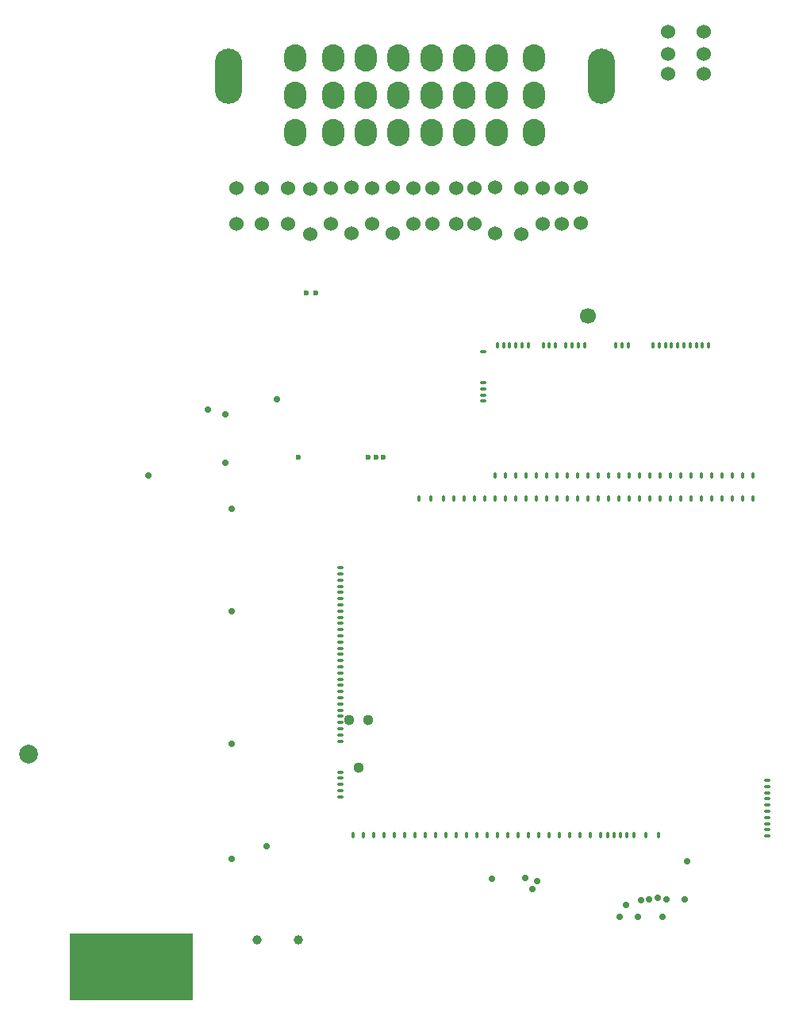
<source format=gbs>
G75*
G70*
%OFA0B0*%
%FSLAX25Y25*%
%IPPOS*%
%LPD*%
%AMOC8*
5,1,8,0,0,1.08239X$1,22.5*
%
%AMM234*
21,1,0.015350,0.009840,-0.000000,-0.000000,270.000000*
21,1,0.000000,0.025200,-0.000000,-0.000000,270.000000*
1,1,0.015350,-0.004920,-0.000000*
1,1,0.015350,-0.004920,-0.000000*
1,1,0.015350,0.004920,-0.000000*
1,1,0.015350,0.004920,-0.000000*
%
%AMM235*
21,1,0.015350,0.009840,-0.000000,-0.000000,180.000000*
21,1,0.000000,0.025200,-0.000000,-0.000000,180.000000*
1,1,0.015350,-0.000000,0.004920*
1,1,0.015350,-0.000000,0.004920*
1,1,0.015350,-0.000000,-0.004920*
1,1,0.015350,-0.000000,-0.004920*
%
%AMM319*
21,1,0.015350,0.009840,-0.000000,-0.000000,90.000000*
21,1,0.000000,0.025200,-0.000000,-0.000000,90.000000*
1,1,0.015350,0.004920,-0.000000*
1,1,0.015350,0.004920,-0.000000*
1,1,0.015350,-0.004920,-0.000000*
1,1,0.015350,-0.004920,-0.000000*
%
%ADD108C,0.02913*%
%ADD13C,0.02362*%
%ADD14C,0.06000*%
%ADD15C,0.07874*%
%ADD16C,0.06693*%
%ADD230C,0.04451*%
%ADD386M234*%
%ADD387M235*%
%ADD475M319*%
%ADD54C,0.03937*%
%ADD61C,0.00472*%
%ADD62O,0.11417X0.23228*%
%ADD63O,0.09449X0.11417*%
X0000000Y0000000D02*
%LPD*%
G01*
D61*
X0026378Y0000787D02*
X0026378Y0028346D01*
X0026378Y0028346D02*
X0077559Y0028346D01*
X0077559Y0028346D02*
X0077559Y0000787D01*
X0077559Y0000787D02*
X0026378Y0000787D01*
G36*
X0077559Y0000787D02*
G01*
X0026378Y0000787D01*
X0026378Y0028346D01*
X0077559Y0028346D01*
X0077559Y0000787D01*
G37*
X0077559Y0000787D02*
X0026378Y0000787D01*
X0026378Y0028346D01*
X0077559Y0028346D01*
X0077559Y0000787D01*
D13*
X0277020Y0042540D03*
X0275347Y0035315D03*
X0273182Y0043386D03*
X0269737Y0042540D03*
X0266390Y0042245D03*
X0265111Y0035315D03*
X0259993Y0040473D03*
X0257434Y0035315D03*
X0285682Y0058642D03*
X0284501Y0042599D03*
D14*
X0196206Y0326364D03*
X0196206Y0341364D03*
X0188514Y0326449D03*
X0188514Y0341449D03*
X0144488Y0341535D03*
X0144488Y0322244D03*
G36*
G01*
X0199409Y0252348D02*
X0200394Y0252348D01*
G75*
G02*
X0200886Y0251856I0000000J-000492D01*
G01*
X0200886Y0251856D01*
G75*
G02*
X0200394Y0251364I-000492J0000000D01*
G01*
X0199409Y0251364D01*
G75*
G02*
X0198917Y0251856I0000000J0000492D01*
G01*
X0198917Y0251856D01*
G75*
G02*
X0199409Y0252348I0000492J0000000D01*
G01*
G37*
G36*
G01*
X0199409Y0254947D02*
X0200394Y0254947D01*
G75*
G02*
X0200886Y0254455I0000000J-000492D01*
G01*
X0200886Y0254455D01*
G75*
G02*
X0200394Y0253963I-000492J0000000D01*
G01*
X0199409Y0253963D01*
G75*
G02*
X0198917Y0254455I0000000J0000492D01*
G01*
X0198917Y0254455D01*
G75*
G02*
X0199409Y0254947I0000492J0000000D01*
G01*
G37*
G36*
G01*
X0199409Y0257545D02*
X0200394Y0257545D01*
G75*
G02*
X0200886Y0257053I0000000J-000492D01*
G01*
X0200886Y0257053D01*
G75*
G02*
X0200394Y0256561I-000492J0000000D01*
G01*
X0199409Y0256561D01*
G75*
G02*
X0198917Y0257053I0000000J0000492D01*
G01*
X0198917Y0257053D01*
G75*
G02*
X0199409Y0257545I0000492J0000000D01*
G01*
G37*
G36*
G01*
X0199409Y0260144D02*
X0200394Y0260144D01*
G75*
G02*
X0200886Y0259651I0000000J-000492D01*
G01*
X0200886Y0259651D01*
G75*
G02*
X0200394Y0259159I-000492J0000000D01*
G01*
X0199409Y0259159D01*
G75*
G02*
X0198917Y0259651I0000000J0000492D01*
G01*
X0198917Y0259651D01*
G75*
G02*
X0199409Y0260144I0000492J0000000D01*
G01*
G37*
G36*
G01*
X0199409Y0273136D02*
X0200394Y0273136D01*
G75*
G02*
X0200886Y0272644I0000000J-000492D01*
G01*
X0200886Y0272644D01*
G75*
G02*
X0200394Y0272152I-000492J0000000D01*
G01*
X0199409Y0272152D01*
G75*
G02*
X0198917Y0272644I0000000J0000492D01*
G01*
X0198917Y0272644D01*
G75*
G02*
X0199409Y0273136I0000492J0000000D01*
G01*
G37*
G36*
G01*
X0312677Y0219991D02*
X0312677Y0220975D01*
G75*
G02*
X0313169Y0221467I0000492J0000000D01*
G01*
X0313169Y0221467D01*
G75*
G02*
X0313661Y0220975I0000000J-000492D01*
G01*
X0313661Y0219991D01*
G75*
G02*
X0313169Y0219499I-000492J0000000D01*
G01*
X0313169Y0219499D01*
G75*
G02*
X0312677Y0219991I0000000J0000492D01*
G01*
G37*
G36*
G01*
X0309331Y0220975D02*
X0309331Y0219991D01*
G75*
G02*
X0308839Y0219499I-000492J0000000D01*
G01*
X0308839Y0219499D01*
G75*
G02*
X0308346Y0219991I0000000J0000492D01*
G01*
X0308346Y0220975D01*
G75*
G02*
X0308839Y0221467I0000492J0000000D01*
G01*
X0308839Y0221467D01*
G75*
G02*
X0309331Y0220975I0000000J-000492D01*
G01*
G37*
G36*
G01*
X0305000Y0220975D02*
X0305000Y0219991D01*
G75*
G02*
X0304508Y0219499I-000492J0000000D01*
G01*
X0304508Y0219499D01*
G75*
G02*
X0304016Y0219991I0000000J0000492D01*
G01*
X0304016Y0220975D01*
G75*
G02*
X0304508Y0221467I0000492J0000000D01*
G01*
X0304508Y0221467D01*
G75*
G02*
X0305000Y0220975I0000000J-000492D01*
G01*
G37*
G36*
G01*
X0300669Y0220975D02*
X0300669Y0219991D01*
G75*
G02*
X0300177Y0219499I-000492J0000000D01*
G01*
X0300177Y0219499D01*
G75*
G02*
X0299685Y0219991I0000000J0000492D01*
G01*
X0299685Y0220975D01*
G75*
G02*
X0300177Y0221467I0000492J0000000D01*
G01*
X0300177Y0221467D01*
G75*
G02*
X0300669Y0220975I0000000J-000492D01*
G01*
G37*
G36*
G01*
X0296339Y0220975D02*
X0296339Y0219991D01*
G75*
G02*
X0295846Y0219499I-000492J0000000D01*
G01*
X0295846Y0219499D01*
G75*
G02*
X0295354Y0219991I0000000J0000492D01*
G01*
X0295354Y0220975D01*
G75*
G02*
X0295846Y0221467I0000492J0000000D01*
G01*
X0295846Y0221467D01*
G75*
G02*
X0296339Y0220975I0000000J-000492D01*
G01*
G37*
G36*
G01*
X0292008Y0220975D02*
X0292008Y0219991D01*
G75*
G02*
X0291516Y0219499I-000492J0000000D01*
G01*
X0291516Y0219499D01*
G75*
G02*
X0291024Y0219991I0000000J0000492D01*
G01*
X0291024Y0220975D01*
G75*
G02*
X0291516Y0221467I0000492J0000000D01*
G01*
X0291516Y0221467D01*
G75*
G02*
X0292008Y0220975I0000000J-000492D01*
G01*
G37*
G36*
G01*
X0287677Y0220975D02*
X0287677Y0219991D01*
G75*
G02*
X0287185Y0219499I-000492J0000000D01*
G01*
X0287185Y0219499D01*
G75*
G02*
X0286693Y0219991I0000000J0000492D01*
G01*
X0286693Y0220975D01*
G75*
G02*
X0287185Y0221467I0000492J0000000D01*
G01*
X0287185Y0221467D01*
G75*
G02*
X0287677Y0220975I0000000J-000492D01*
G01*
G37*
G36*
G01*
X0283346Y0220975D02*
X0283346Y0219991D01*
G75*
G02*
X0282854Y0219499I-000492J0000000D01*
G01*
X0282854Y0219499D01*
G75*
G02*
X0282362Y0219991I0000000J0000492D01*
G01*
X0282362Y0220975D01*
G75*
G02*
X0282854Y0221467I0000492J0000000D01*
G01*
X0282854Y0221467D01*
G75*
G02*
X0283346Y0220975I0000000J-000492D01*
G01*
G37*
G36*
G01*
X0279016Y0220975D02*
X0279016Y0219991D01*
G75*
G02*
X0278524Y0219499I-000492J0000000D01*
G01*
X0278524Y0219499D01*
G75*
G02*
X0278032Y0219991I0000000J0000492D01*
G01*
X0278032Y0220975D01*
G75*
G02*
X0278524Y0221467I0000492J0000000D01*
G01*
X0278524Y0221467D01*
G75*
G02*
X0279016Y0220975I0000000J-000492D01*
G01*
G37*
G36*
G01*
X0274685Y0220975D02*
X0274685Y0219991D01*
G75*
G02*
X0274193Y0219499I-000492J0000000D01*
G01*
X0274193Y0219499D01*
G75*
G02*
X0273701Y0219991I0000000J0000492D01*
G01*
X0273701Y0220975D01*
G75*
G02*
X0274193Y0221467I0000492J0000000D01*
G01*
X0274193Y0221467D01*
G75*
G02*
X0274685Y0220975I0000000J-000492D01*
G01*
G37*
G36*
G01*
X0270354Y0220975D02*
X0270354Y0219991D01*
G75*
G02*
X0269862Y0219499I-000492J0000000D01*
G01*
X0269862Y0219499D01*
G75*
G02*
X0269370Y0219991I0000000J0000492D01*
G01*
X0269370Y0220975D01*
G75*
G02*
X0269862Y0221467I0000492J0000000D01*
G01*
X0269862Y0221467D01*
G75*
G02*
X0270354Y0220975I0000000J-000492D01*
G01*
G37*
G36*
G01*
X0266024Y0220975D02*
X0266024Y0219991D01*
G75*
G02*
X0265532Y0219499I-000492J0000000D01*
G01*
X0265532Y0219499D01*
G75*
G02*
X0265039Y0219991I0000000J0000492D01*
G01*
X0265039Y0220975D01*
G75*
G02*
X0265532Y0221467I0000492J0000000D01*
G01*
X0265532Y0221467D01*
G75*
G02*
X0266024Y0220975I0000000J-000492D01*
G01*
G37*
G36*
G01*
X0261693Y0220975D02*
X0261693Y0219991D01*
G75*
G02*
X0261201Y0219499I-000492J0000000D01*
G01*
X0261201Y0219499D01*
G75*
G02*
X0260709Y0219991I0000000J0000492D01*
G01*
X0260709Y0220975D01*
G75*
G02*
X0261201Y0221467I0000492J0000000D01*
G01*
X0261201Y0221467D01*
G75*
G02*
X0261693Y0220975I0000000J-000492D01*
G01*
G37*
G36*
G01*
X0257362Y0220975D02*
X0257362Y0219991D01*
G75*
G02*
X0256870Y0219499I-000492J0000000D01*
G01*
X0256870Y0219499D01*
G75*
G02*
X0256378Y0219991I0000000J0000492D01*
G01*
X0256378Y0220975D01*
G75*
G02*
X0256870Y0221467I0000492J0000000D01*
G01*
X0256870Y0221467D01*
G75*
G02*
X0257362Y0220975I0000000J-000492D01*
G01*
G37*
G36*
G01*
X0253032Y0220975D02*
X0253032Y0219991D01*
G75*
G02*
X0252539Y0219499I-000492J0000000D01*
G01*
X0252539Y0219499D01*
G75*
G02*
X0252047Y0219991I0000000J0000492D01*
G01*
X0252047Y0220975D01*
G75*
G02*
X0252539Y0221467I0000492J0000000D01*
G01*
X0252539Y0221467D01*
G75*
G02*
X0253032Y0220975I0000000J-000492D01*
G01*
G37*
G36*
G01*
X0248701Y0220975D02*
X0248701Y0219991D01*
G75*
G02*
X0248209Y0219499I-000492J0000000D01*
G01*
X0248209Y0219499D01*
G75*
G02*
X0247717Y0219991I0000000J0000492D01*
G01*
X0247717Y0220975D01*
G75*
G02*
X0248209Y0221467I0000492J0000000D01*
G01*
X0248209Y0221467D01*
G75*
G02*
X0248701Y0220975I0000000J-000492D01*
G01*
G37*
G36*
G01*
X0244370Y0220975D02*
X0244370Y0219991D01*
G75*
G02*
X0243878Y0219499I-000492J0000000D01*
G01*
X0243878Y0219499D01*
G75*
G02*
X0243386Y0219991I0000000J0000492D01*
G01*
X0243386Y0220975D01*
G75*
G02*
X0243878Y0221467I0000492J0000000D01*
G01*
X0243878Y0221467D01*
G75*
G02*
X0244370Y0220975I0000000J-000492D01*
G01*
G37*
G36*
G01*
X0240039Y0220975D02*
X0240039Y0219991D01*
G75*
G02*
X0239547Y0219499I-000492J0000000D01*
G01*
X0239547Y0219499D01*
G75*
G02*
X0239055Y0219991I0000000J0000492D01*
G01*
X0239055Y0220975D01*
G75*
G02*
X0239547Y0221467I0000492J0000000D01*
G01*
X0239547Y0221467D01*
G75*
G02*
X0240039Y0220975I0000000J-000492D01*
G01*
G37*
G36*
G01*
X0235709Y0220975D02*
X0235709Y0219991D01*
G75*
G02*
X0235217Y0219499I-000492J0000000D01*
G01*
X0235217Y0219499D01*
G75*
G02*
X0234725Y0219991I0000000J0000492D01*
G01*
X0234725Y0220975D01*
G75*
G02*
X0235217Y0221467I0000492J0000000D01*
G01*
X0235217Y0221467D01*
G75*
G02*
X0235709Y0220975I0000000J-000492D01*
G01*
G37*
G36*
G01*
X0231378Y0220975D02*
X0231378Y0219991D01*
G75*
G02*
X0230886Y0219499I-000492J0000000D01*
G01*
X0230886Y0219499D01*
G75*
G02*
X0230394Y0219991I0000000J0000492D01*
G01*
X0230394Y0220975D01*
G75*
G02*
X0230886Y0221467I0000492J0000000D01*
G01*
X0230886Y0221467D01*
G75*
G02*
X0231378Y0220975I0000000J-000492D01*
G01*
G37*
G36*
G01*
X0227047Y0220975D02*
X0227047Y0219991D01*
G75*
G02*
X0226555Y0219499I-000492J0000000D01*
G01*
X0226555Y0219499D01*
G75*
G02*
X0226063Y0219991I0000000J0000492D01*
G01*
X0226063Y0220975D01*
G75*
G02*
X0226555Y0221467I0000492J0000000D01*
G01*
X0226555Y0221467D01*
G75*
G02*
X0227047Y0220975I0000000J-000492D01*
G01*
G37*
G36*
G01*
X0222717Y0220975D02*
X0222717Y0219991D01*
G75*
G02*
X0222225Y0219499I-000492J0000000D01*
G01*
X0222225Y0219499D01*
G75*
G02*
X0221732Y0219991I0000000J0000492D01*
G01*
X0221732Y0220975D01*
G75*
G02*
X0222225Y0221467I0000492J0000000D01*
G01*
X0222225Y0221467D01*
G75*
G02*
X0222717Y0220975I0000000J-000492D01*
G01*
G37*
G36*
G01*
X0218386Y0220975D02*
X0218386Y0219991D01*
G75*
G02*
X0217894Y0219499I-000492J0000000D01*
G01*
X0217894Y0219499D01*
G75*
G02*
X0217402Y0219991I0000000J0000492D01*
G01*
X0217402Y0220975D01*
G75*
G02*
X0217894Y0221467I0000492J0000000D01*
G01*
X0217894Y0221467D01*
G75*
G02*
X0218386Y0220975I0000000J-000492D01*
G01*
G37*
G36*
G01*
X0214055Y0220975D02*
X0214055Y0219991D01*
G75*
G02*
X0213563Y0219499I-000492J0000000D01*
G01*
X0213563Y0219499D01*
G75*
G02*
X0213071Y0219991I0000000J0000492D01*
G01*
X0213071Y0220975D01*
G75*
G02*
X0213563Y0221467I0000492J0000000D01*
G01*
X0213563Y0221467D01*
G75*
G02*
X0214055Y0220975I0000000J-000492D01*
G01*
G37*
G36*
G01*
X0209725Y0220975D02*
X0209725Y0219991D01*
G75*
G02*
X0209232Y0219499I-000492J0000000D01*
G01*
X0209232Y0219499D01*
G75*
G02*
X0208740Y0219991I0000000J0000492D01*
G01*
X0208740Y0220975D01*
G75*
G02*
X0209232Y0221467I0000492J0000000D01*
G01*
X0209232Y0221467D01*
G75*
G02*
X0209725Y0220975I0000000J-000492D01*
G01*
G37*
G36*
G01*
X0205394Y0220975D02*
X0205394Y0219991D01*
G75*
G02*
X0204902Y0219499I-000492J0000000D01*
G01*
X0204902Y0219499D01*
G75*
G02*
X0204410Y0219991I0000000J0000492D01*
G01*
X0204410Y0220975D01*
G75*
G02*
X0204902Y0221467I0000492J0000000D01*
G01*
X0204902Y0221467D01*
G75*
G02*
X0205394Y0220975I0000000J-000492D01*
G01*
G37*
G36*
G01*
X0206382Y0275944D02*
X0206382Y0274959D01*
G75*
G02*
X0205890Y0274467I-000492J0000000D01*
G01*
X0205890Y0274467D01*
G75*
G02*
X0205398Y0274959I0000000J0000492D01*
G01*
X0205398Y0275944D01*
G75*
G02*
X0205890Y0276436I0000492J0000000D01*
G01*
X0205890Y0276436D01*
G75*
G02*
X0206382Y0275944I0000000J-000492D01*
G01*
G37*
G36*
G01*
X0208980Y0275944D02*
X0208980Y0274959D01*
G75*
G02*
X0208488Y0274467I-000492J0000000D01*
G01*
X0208488Y0274467D01*
G75*
G02*
X0207996Y0274959I0000000J0000492D01*
G01*
X0207996Y0275944D01*
G75*
G02*
X0208488Y0276436I0000492J0000000D01*
G01*
X0208488Y0276436D01*
G75*
G02*
X0208980Y0275944I0000000J-000492D01*
G01*
G37*
G36*
G01*
X0211579Y0275944D02*
X0211579Y0274959D01*
G75*
G02*
X0211087Y0274467I-000492J0000000D01*
G01*
X0211087Y0274467D01*
G75*
G02*
X0210594Y0274959I0000000J0000492D01*
G01*
X0210594Y0275944D01*
G75*
G02*
X0211087Y0276436I0000492J0000000D01*
G01*
X0211087Y0276436D01*
G75*
G02*
X0211579Y0275944I0000000J-000492D01*
G01*
G37*
G36*
G01*
X0214177Y0275944D02*
X0214177Y0274959D01*
G75*
G02*
X0213685Y0274467I-000492J0000000D01*
G01*
X0213685Y0274467D01*
G75*
G02*
X0213193Y0274959I0000000J0000492D01*
G01*
X0213193Y0275944D01*
G75*
G02*
X0213685Y0276436I0000492J0000000D01*
G01*
X0213685Y0276436D01*
G75*
G02*
X0214177Y0275944I0000000J-000492D01*
G01*
G37*
G36*
G01*
X0216776Y0275944D02*
X0216776Y0274959D01*
G75*
G02*
X0216283Y0274467I-000492J0000000D01*
G01*
X0216283Y0274467D01*
G75*
G02*
X0215791Y0274959I0000000J0000492D01*
G01*
X0215791Y0275944D01*
G75*
G02*
X0216283Y0276436I0000492J0000000D01*
G01*
X0216283Y0276436D01*
G75*
G02*
X0216776Y0275944I0000000J-000492D01*
G01*
G37*
G36*
G01*
X0219374Y0275944D02*
X0219374Y0274959D01*
G75*
G02*
X0218882Y0274467I-000492J0000000D01*
G01*
X0218882Y0274467D01*
G75*
G02*
X0218390Y0274959I0000000J0000492D01*
G01*
X0218390Y0275944D01*
G75*
G02*
X0218882Y0276436I0000492J0000000D01*
G01*
X0218882Y0276436D01*
G75*
G02*
X0219374Y0275944I0000000J-000492D01*
G01*
G37*
G36*
G01*
X0225677Y0275944D02*
X0225677Y0274959D01*
G75*
G02*
X0225185Y0274467I-000492J0000000D01*
G01*
X0225185Y0274467D01*
G75*
G02*
X0224693Y0274959I0000000J0000492D01*
G01*
X0224693Y0275944D01*
G75*
G02*
X0225185Y0276436I0000492J0000000D01*
G01*
X0225185Y0276436D01*
G75*
G02*
X0225677Y0275944I0000000J-000492D01*
G01*
G37*
G36*
G01*
X0228276Y0275944D02*
X0228276Y0274959D01*
G75*
G02*
X0227783Y0274467I-000492J0000000D01*
G01*
X0227783Y0274467D01*
G75*
G02*
X0227291Y0274959I0000000J0000492D01*
G01*
X0227291Y0275944D01*
G75*
G02*
X0227783Y0276436I0000492J0000000D01*
G01*
X0227783Y0276436D01*
G75*
G02*
X0228276Y0275944I0000000J-000492D01*
G01*
G37*
G36*
G01*
X0230874Y0275944D02*
X0230874Y0274959D01*
G75*
G02*
X0230382Y0274467I-000492J0000000D01*
G01*
X0230382Y0274467D01*
G75*
G02*
X0229890Y0274959I0000000J0000492D01*
G01*
X0229890Y0275944D01*
G75*
G02*
X0230382Y0276436I0000492J0000000D01*
G01*
X0230382Y0276436D01*
G75*
G02*
X0230874Y0275944I0000000J-000492D01*
G01*
G37*
G36*
G01*
X0235287Y0275944D02*
X0235287Y0274959D01*
G75*
G02*
X0234795Y0274467I-000492J0000000D01*
G01*
X0234795Y0274467D01*
G75*
G02*
X0234303Y0274959I0000000J0000492D01*
G01*
X0234303Y0275944D01*
G75*
G02*
X0234795Y0276436I0000492J0000000D01*
G01*
X0234795Y0276436D01*
G75*
G02*
X0235287Y0275944I0000000J-000492D01*
G01*
G37*
G36*
G01*
X0237885Y0275944D02*
X0237885Y0274959D01*
G75*
G02*
X0237393Y0274467I-000492J0000000D01*
G01*
X0237393Y0274467D01*
G75*
G02*
X0236901Y0274959I0000000J0000492D01*
G01*
X0236901Y0275944D01*
G75*
G02*
X0237393Y0276436I0000492J0000000D01*
G01*
X0237393Y0276436D01*
G75*
G02*
X0237885Y0275944I0000000J-000492D01*
G01*
G37*
G36*
G01*
X0240484Y0275944D02*
X0240484Y0274959D01*
G75*
G02*
X0239992Y0274467I-000492J0000000D01*
G01*
X0239992Y0274467D01*
G75*
G02*
X0239500Y0274959I0000000J0000492D01*
G01*
X0239500Y0275944D01*
G75*
G02*
X0239992Y0276436I0000492J0000000D01*
G01*
X0239992Y0276436D01*
G75*
G02*
X0240484Y0275944I0000000J-000492D01*
G01*
G37*
G36*
G01*
X0243082Y0275944D02*
X0243082Y0274959D01*
G75*
G02*
X0242590Y0274467I-000492J0000000D01*
G01*
X0242590Y0274467D01*
G75*
G02*
X0242098Y0274959I0000000J0000492D01*
G01*
X0242098Y0275944D01*
G75*
G02*
X0242590Y0276436I0000492J0000000D01*
G01*
X0242590Y0276436D01*
G75*
G02*
X0243082Y0275944I0000000J-000492D01*
G01*
G37*
G36*
G01*
X0256177Y0275944D02*
X0256177Y0274959D01*
G75*
G02*
X0255685Y0274467I-000492J0000000D01*
G01*
X0255685Y0274467D01*
G75*
G02*
X0255193Y0274959I0000000J0000492D01*
G01*
X0255193Y0275944D01*
G75*
G02*
X0255685Y0276436I0000492J0000000D01*
G01*
X0255685Y0276436D01*
G75*
G02*
X0256177Y0275944I0000000J-000492D01*
G01*
G37*
G36*
G01*
X0258776Y0275944D02*
X0258776Y0274959D01*
G75*
G02*
X0258283Y0274467I-000492J0000000D01*
G01*
X0258283Y0274467D01*
G75*
G02*
X0257791Y0274959I0000000J0000492D01*
G01*
X0257791Y0275944D01*
G75*
G02*
X0258283Y0276436I0000492J0000000D01*
G01*
X0258283Y0276436D01*
G75*
G02*
X0258776Y0275944I0000000J-000492D01*
G01*
G37*
G36*
G01*
X0261374Y0275944D02*
X0261374Y0274959D01*
G75*
G02*
X0260882Y0274467I-000492J0000000D01*
G01*
X0260882Y0274467D01*
G75*
G02*
X0260390Y0274959I0000000J0000492D01*
G01*
X0260390Y0275944D01*
G75*
G02*
X0260882Y0276436I0000492J0000000D01*
G01*
X0260882Y0276436D01*
G75*
G02*
X0261374Y0275944I0000000J-000492D01*
G01*
G37*
G36*
G01*
X0271791Y0275944D02*
X0271791Y0274959D01*
G75*
G02*
X0271299Y0274467I-000492J0000000D01*
G01*
X0271299Y0274467D01*
G75*
G02*
X0270807Y0274959I0000000J0000492D01*
G01*
X0270807Y0275944D01*
G75*
G02*
X0271299Y0276436I0000492J0000000D01*
G01*
X0271299Y0276436D01*
G75*
G02*
X0271791Y0275944I0000000J-000492D01*
G01*
G37*
G36*
G01*
X0274390Y0275944D02*
X0274390Y0274959D01*
G75*
G02*
X0273898Y0274467I-000492J0000000D01*
G01*
X0273898Y0274467D01*
G75*
G02*
X0273405Y0274959I0000000J0000492D01*
G01*
X0273405Y0275944D01*
G75*
G02*
X0273898Y0276436I0000492J0000000D01*
G01*
X0273898Y0276436D01*
G75*
G02*
X0274390Y0275944I0000000J-000492D01*
G01*
G37*
G36*
G01*
X0276988Y0275944D02*
X0276988Y0274959D01*
G75*
G02*
X0276496Y0274467I-000492J0000000D01*
G01*
X0276496Y0274467D01*
G75*
G02*
X0276004Y0274959I0000000J0000492D01*
G01*
X0276004Y0275944D01*
G75*
G02*
X0276496Y0276436I0000492J0000000D01*
G01*
X0276496Y0276436D01*
G75*
G02*
X0276988Y0275944I0000000J-000492D01*
G01*
G37*
G36*
G01*
X0279587Y0275944D02*
X0279587Y0274959D01*
G75*
G02*
X0279094Y0274467I-000492J0000000D01*
G01*
X0279094Y0274467D01*
G75*
G02*
X0278602Y0274959I0000000J0000492D01*
G01*
X0278602Y0275944D01*
G75*
G02*
X0279094Y0276436I0000492J0000000D01*
G01*
X0279094Y0276436D01*
G75*
G02*
X0279587Y0275944I0000000J-000492D01*
G01*
G37*
G36*
G01*
X0282185Y0275944D02*
X0282185Y0274959D01*
G75*
G02*
X0281693Y0274467I-000492J0000000D01*
G01*
X0281693Y0274467D01*
G75*
G02*
X0281201Y0274959I0000000J0000492D01*
G01*
X0281201Y0275944D01*
G75*
G02*
X0281693Y0276436I0000492J0000000D01*
G01*
X0281693Y0276436D01*
G75*
G02*
X0282185Y0275944I0000000J-000492D01*
G01*
G37*
G36*
G01*
X0284783Y0275944D02*
X0284783Y0274959D01*
G75*
G02*
X0284291Y0274467I-000492J0000000D01*
G01*
X0284291Y0274467D01*
G75*
G02*
X0283799Y0274959I0000000J0000492D01*
G01*
X0283799Y0275944D01*
G75*
G02*
X0284291Y0276436I0000492J0000000D01*
G01*
X0284291Y0276436D01*
G75*
G02*
X0284783Y0275944I0000000J-000492D01*
G01*
G37*
G36*
G01*
X0287382Y0275944D02*
X0287382Y0274959D01*
G75*
G02*
X0286890Y0274467I-000492J0000000D01*
G01*
X0286890Y0274467D01*
G75*
G02*
X0286398Y0274959I0000000J0000492D01*
G01*
X0286398Y0275944D01*
G75*
G02*
X0286890Y0276436I0000492J0000000D01*
G01*
X0286890Y0276436D01*
G75*
G02*
X0287382Y0275944I0000000J-000492D01*
G01*
G37*
G36*
G01*
X0289980Y0275944D02*
X0289980Y0274959D01*
G75*
G02*
X0289488Y0274467I-000492J0000000D01*
G01*
X0289488Y0274467D01*
G75*
G02*
X0288996Y0274959I0000000J0000492D01*
G01*
X0288996Y0275944D01*
G75*
G02*
X0289488Y0276436I0000492J0000000D01*
G01*
X0289488Y0276436D01*
G75*
G02*
X0289980Y0275944I0000000J-000492D01*
G01*
G37*
G36*
G01*
X0292579Y0275944D02*
X0292579Y0274959D01*
G75*
G02*
X0292087Y0274467I-000492J0000000D01*
G01*
X0292087Y0274467D01*
G75*
G02*
X0291594Y0274959I0000000J0000492D01*
G01*
X0291594Y0275944D01*
G75*
G02*
X0292087Y0276436I0000492J0000000D01*
G01*
X0292087Y0276436D01*
G75*
G02*
X0292579Y0275944I0000000J-000492D01*
G01*
G37*
G36*
G01*
X0295177Y0275944D02*
X0295177Y0274959D01*
G75*
G02*
X0294685Y0274467I-000492J0000000D01*
G01*
X0294685Y0274467D01*
G75*
G02*
X0294193Y0274959I0000000J0000492D01*
G01*
X0294193Y0275944D01*
G75*
G02*
X0294685Y0276436I0000492J0000000D01*
G01*
X0294685Y0276436D01*
G75*
G02*
X0295177Y0275944I0000000J-000492D01*
G01*
G37*
D16*
X0243929Y0287795D03*
D14*
X0096457Y0326358D03*
X0096457Y0341358D03*
X0292539Y0407087D03*
X0277539Y0407087D03*
D54*
X0122441Y0025492D03*
X0105118Y0025492D03*
D14*
X0153150Y0326358D03*
X0153150Y0341358D03*
X0178740Y0326358D03*
X0178740Y0341358D03*
D13*
X0222612Y0050344D03*
X0220545Y0046900D03*
X0217592Y0051526D03*
X0203616Y0051230D03*
X0059315Y0220622D03*
X0091697Y0225838D03*
X0091628Y0246439D03*
X0084217Y0248378D03*
X0113154Y0252807D03*
X0122146Y0228346D03*
X0151673Y0228346D03*
X0154823Y0228346D03*
X0157972Y0228346D03*
X0129626Y0297343D03*
X0125689Y0297343D03*
D14*
X0170472Y0326358D03*
X0170472Y0341358D03*
X0118110Y0326358D03*
X0118110Y0341358D03*
X0215929Y0341339D03*
X0215929Y0322047D03*
X0277539Y0389370D03*
X0292539Y0389370D03*
X0161811Y0341535D03*
X0161811Y0322244D03*
G36*
G01*
X0139411Y0086235D02*
X0140396Y0086235D01*
G75*
G02*
X0140888Y0085743I0000000J-000492D01*
G01*
X0140888Y0085743D01*
G75*
G02*
X0140396Y0085250I-000492J0000000D01*
G01*
X0139411Y0085250D01*
G75*
G02*
X0138919Y0085743I0000000J0000492D01*
G01*
X0138919Y0085743D01*
G75*
G02*
X0139411Y0086235I0000492J0000000D01*
G01*
G37*
G36*
G01*
X0140396Y0087849D02*
X0139411Y0087849D01*
G75*
G02*
X0138919Y0088341I0000000J0000492D01*
G01*
X0138919Y0088341D01*
G75*
G02*
X0139411Y0088833I0000492J0000000D01*
G01*
X0140396Y0088833D01*
G75*
G02*
X0140888Y0088341I0000000J-000492D01*
G01*
X0140888Y0088341D01*
G75*
G02*
X0140396Y0087849I-000492J0000000D01*
G01*
G37*
G36*
G01*
X0140396Y0090447D02*
X0139411Y0090447D01*
G75*
G02*
X0138919Y0090939I0000000J0000492D01*
G01*
X0138919Y0090939D01*
G75*
G02*
X0139411Y0091432I0000492J0000000D01*
G01*
X0140396Y0091432D01*
G75*
G02*
X0140888Y0090939I0000000J-000492D01*
G01*
X0140888Y0090939D01*
G75*
G02*
X0140396Y0090447I-000492J0000000D01*
G01*
G37*
G36*
G01*
X0140396Y0093046D02*
X0139411Y0093046D01*
G75*
G02*
X0138919Y0093538I0000000J0000492D01*
G01*
X0138919Y0093538D01*
G75*
G02*
X0139411Y0094030I0000492J0000000D01*
G01*
X0140396Y0094030D01*
G75*
G02*
X0140888Y0093538I0000000J-000492D01*
G01*
X0140888Y0093538D01*
G75*
G02*
X0140396Y0093046I-000492J0000000D01*
G01*
G37*
G36*
G01*
X0140396Y0095644D02*
X0139411Y0095644D01*
G75*
G02*
X0138919Y0096136I0000000J0000492D01*
G01*
X0138919Y0096136D01*
G75*
G02*
X0139411Y0096628I0000492J0000000D01*
G01*
X0140396Y0096628D01*
G75*
G02*
X0140888Y0096136I0000000J-000492D01*
G01*
X0140888Y0096136D01*
G75*
G02*
X0140396Y0095644I-000492J0000000D01*
G01*
G37*
G36*
G01*
X0140396Y0108636D02*
X0139411Y0108636D01*
G75*
G02*
X0138919Y0109128I0000000J0000492D01*
G01*
X0138919Y0109128D01*
G75*
G02*
X0139411Y0109621I0000492J0000000D01*
G01*
X0140396Y0109621D01*
G75*
G02*
X0140888Y0109128I0000000J-000492D01*
G01*
X0140888Y0109128D01*
G75*
G02*
X0140396Y0108636I-000492J0000000D01*
G01*
G37*
G36*
G01*
X0140396Y0111235D02*
X0139411Y0111235D01*
G75*
G02*
X0138919Y0111727I0000000J0000492D01*
G01*
X0138919Y0111727D01*
G75*
G02*
X0139411Y0112219I0000492J0000000D01*
G01*
X0140396Y0112219D01*
G75*
G02*
X0140888Y0111727I0000000J-000492D01*
G01*
X0140888Y0111727D01*
G75*
G02*
X0140396Y0111235I-000492J0000000D01*
G01*
G37*
G36*
G01*
X0140396Y0113833D02*
X0139411Y0113833D01*
G75*
G02*
X0138919Y0114325I0000000J0000492D01*
G01*
X0138919Y0114325D01*
G75*
G02*
X0139411Y0114817I0000492J0000000D01*
G01*
X0140396Y0114817D01*
G75*
G02*
X0140888Y0114325I0000000J-000492D01*
G01*
X0140888Y0114325D01*
G75*
G02*
X0140396Y0113833I-000492J0000000D01*
G01*
G37*
G36*
G01*
X0140396Y0116432D02*
X0139411Y0116432D01*
G75*
G02*
X0138919Y0116924I0000000J0000492D01*
G01*
X0138919Y0116924D01*
G75*
G02*
X0139411Y0117416I0000492J0000000D01*
G01*
X0140396Y0117416D01*
G75*
G02*
X0140888Y0116924I0000000J-000492D01*
G01*
X0140888Y0116924D01*
G75*
G02*
X0140396Y0116432I-000492J0000000D01*
G01*
G37*
G36*
G01*
X0140396Y0119030D02*
X0139411Y0119030D01*
G75*
G02*
X0138919Y0119522I0000000J0000492D01*
G01*
X0138919Y0119522D01*
G75*
G02*
X0139411Y0120014I0000492J0000000D01*
G01*
X0140396Y0120014D01*
G75*
G02*
X0140888Y0119522I0000000J-000492D01*
G01*
X0140888Y0119522D01*
G75*
G02*
X0140396Y0119030I-000492J0000000D01*
G01*
G37*
G36*
G01*
X0140396Y0121628D02*
X0139411Y0121628D01*
G75*
G02*
X0138919Y0122121I0000000J0000492D01*
G01*
X0138919Y0122121D01*
G75*
G02*
X0139411Y0122613I0000492J0000000D01*
G01*
X0140396Y0122613D01*
G75*
G02*
X0140888Y0122121I0000000J-000492D01*
G01*
X0140888Y0122121D01*
G75*
G02*
X0140396Y0121628I-000492J0000000D01*
G01*
G37*
G36*
G01*
X0140396Y0124227D02*
X0139411Y0124227D01*
G75*
G02*
X0138919Y0124719I0000000J0000492D01*
G01*
X0138919Y0124719D01*
G75*
G02*
X0139411Y0125211I0000492J0000000D01*
G01*
X0140396Y0125211D01*
G75*
G02*
X0140888Y0124719I0000000J-000492D01*
G01*
X0140888Y0124719D01*
G75*
G02*
X0140396Y0124227I-000492J0000000D01*
G01*
G37*
G36*
G01*
X0140396Y0126825D02*
X0139411Y0126825D01*
G75*
G02*
X0138919Y0127317I0000000J0000492D01*
G01*
X0138919Y0127317D01*
G75*
G02*
X0139411Y0127810I0000492J0000000D01*
G01*
X0140396Y0127810D01*
G75*
G02*
X0140888Y0127317I0000000J-000492D01*
G01*
X0140888Y0127317D01*
G75*
G02*
X0140396Y0126825I-000492J0000000D01*
G01*
G37*
G36*
G01*
X0140396Y0129424D02*
X0139411Y0129424D01*
G75*
G02*
X0138919Y0129916I0000000J0000492D01*
G01*
X0138919Y0129916D01*
G75*
G02*
X0139411Y0130408I0000492J0000000D01*
G01*
X0140396Y0130408D01*
G75*
G02*
X0140888Y0129916I0000000J-000492D01*
G01*
X0140888Y0129916D01*
G75*
G02*
X0140396Y0129424I-000492J0000000D01*
G01*
G37*
G36*
G01*
X0140396Y0132022D02*
X0139411Y0132022D01*
G75*
G02*
X0138919Y0132514I0000000J0000492D01*
G01*
X0138919Y0132514D01*
G75*
G02*
X0139411Y0133006I0000492J0000000D01*
G01*
X0140396Y0133006D01*
G75*
G02*
X0140888Y0132514I0000000J-000492D01*
G01*
X0140888Y0132514D01*
G75*
G02*
X0140396Y0132022I-000492J0000000D01*
G01*
G37*
G36*
G01*
X0140396Y0134621D02*
X0139411Y0134621D01*
G75*
G02*
X0138919Y0135113I0000000J0000492D01*
G01*
X0138919Y0135113D01*
G75*
G02*
X0139411Y0135605I0000492J0000000D01*
G01*
X0140396Y0135605D01*
G75*
G02*
X0140888Y0135113I0000000J-000492D01*
G01*
X0140888Y0135113D01*
G75*
G02*
X0140396Y0134621I-000492J0000000D01*
G01*
G37*
G36*
G01*
X0140396Y0137219D02*
X0139411Y0137219D01*
G75*
G02*
X0138919Y0137711I0000000J0000492D01*
G01*
X0138919Y0137711D01*
G75*
G02*
X0139411Y0138203I0000492J0000000D01*
G01*
X0140396Y0138203D01*
G75*
G02*
X0140888Y0137711I0000000J-000492D01*
G01*
X0140888Y0137711D01*
G75*
G02*
X0140396Y0137219I-000492J0000000D01*
G01*
G37*
G36*
G01*
X0140396Y0139817D02*
X0139411Y0139817D01*
G75*
G02*
X0138919Y0140310I0000000J0000492D01*
G01*
X0138919Y0140310D01*
G75*
G02*
X0139411Y0140802I0000492J0000000D01*
G01*
X0140396Y0140802D01*
G75*
G02*
X0140888Y0140310I0000000J-000492D01*
G01*
X0140888Y0140310D01*
G75*
G02*
X0140396Y0139817I-000492J0000000D01*
G01*
G37*
G36*
G01*
X0140396Y0142416D02*
X0139411Y0142416D01*
G75*
G02*
X0138919Y0142908I0000000J0000492D01*
G01*
X0138919Y0142908D01*
G75*
G02*
X0139411Y0143400I0000492J0000000D01*
G01*
X0140396Y0143400D01*
G75*
G02*
X0140888Y0142908I0000000J-000492D01*
G01*
X0140888Y0142908D01*
G75*
G02*
X0140396Y0142416I-000492J0000000D01*
G01*
G37*
G36*
G01*
X0140396Y0145014D02*
X0139411Y0145014D01*
G75*
G02*
X0138919Y0145506I0000000J0000492D01*
G01*
X0138919Y0145506D01*
G75*
G02*
X0139411Y0145999I0000492J0000000D01*
G01*
X0140396Y0145999D01*
G75*
G02*
X0140888Y0145506I0000000J-000492D01*
G01*
X0140888Y0145506D01*
G75*
G02*
X0140396Y0145014I-000492J0000000D01*
G01*
G37*
G36*
G01*
X0140396Y0147613D02*
X0139411Y0147613D01*
G75*
G02*
X0138919Y0148105I0000000J0000492D01*
G01*
X0138919Y0148105D01*
G75*
G02*
X0139411Y0148597I0000492J0000000D01*
G01*
X0140396Y0148597D01*
G75*
G02*
X0140888Y0148105I0000000J-000492D01*
G01*
X0140888Y0148105D01*
G75*
G02*
X0140396Y0147613I-000492J0000000D01*
G01*
G37*
G36*
G01*
X0140396Y0150211D02*
X0139411Y0150211D01*
G75*
G02*
X0138919Y0150703I0000000J0000492D01*
G01*
X0138919Y0150703D01*
G75*
G02*
X0139411Y0151195I0000492J0000000D01*
G01*
X0140396Y0151195D01*
G75*
G02*
X0140888Y0150703I0000000J-000492D01*
G01*
X0140888Y0150703D01*
G75*
G02*
X0140396Y0150211I-000492J0000000D01*
G01*
G37*
G36*
G01*
X0140396Y0152810D02*
X0139411Y0152810D01*
G75*
G02*
X0138919Y0153302I0000000J0000492D01*
G01*
X0138919Y0153302D01*
G75*
G02*
X0139411Y0153794I0000492J0000000D01*
G01*
X0140396Y0153794D01*
G75*
G02*
X0140888Y0153302I0000000J-000492D01*
G01*
X0140888Y0153302D01*
G75*
G02*
X0140396Y0152810I-000492J0000000D01*
G01*
G37*
G36*
G01*
X0140396Y0155408D02*
X0139411Y0155408D01*
G75*
G02*
X0138919Y0155900I0000000J0000492D01*
G01*
X0138919Y0155900D01*
G75*
G02*
X0139411Y0156392I0000492J0000000D01*
G01*
X0140396Y0156392D01*
G75*
G02*
X0140888Y0155900I0000000J-000492D01*
G01*
X0140888Y0155900D01*
G75*
G02*
X0140396Y0155408I-000492J0000000D01*
G01*
G37*
G36*
G01*
X0140396Y0158006D02*
X0139411Y0158006D01*
G75*
G02*
X0138919Y0158499I0000000J0000492D01*
G01*
X0138919Y0158499D01*
G75*
G02*
X0139411Y0158991I0000492J0000000D01*
G01*
X0140396Y0158991D01*
G75*
G02*
X0140888Y0158499I0000000J-000492D01*
G01*
X0140888Y0158499D01*
G75*
G02*
X0140396Y0158006I-000492J0000000D01*
G01*
G37*
G36*
G01*
X0140396Y0160605D02*
X0139411Y0160605D01*
G75*
G02*
X0138919Y0161097I0000000J0000492D01*
G01*
X0138919Y0161097D01*
G75*
G02*
X0139411Y0161589I0000492J0000000D01*
G01*
X0140396Y0161589D01*
G75*
G02*
X0140888Y0161097I0000000J-000492D01*
G01*
X0140888Y0161097D01*
G75*
G02*
X0140396Y0160605I-000492J0000000D01*
G01*
G37*
G36*
G01*
X0140396Y0163203D02*
X0139411Y0163203D01*
G75*
G02*
X0138919Y0163695I0000000J0000492D01*
G01*
X0138919Y0163695D01*
G75*
G02*
X0139411Y0164188I0000492J0000000D01*
G01*
X0140396Y0164188D01*
G75*
G02*
X0140888Y0163695I0000000J-000492D01*
G01*
X0140888Y0163695D01*
G75*
G02*
X0140396Y0163203I-000492J0000000D01*
G01*
G37*
G36*
G01*
X0140396Y0165802D02*
X0139411Y0165802D01*
G75*
G02*
X0138919Y0166294I0000000J0000492D01*
G01*
X0138919Y0166294D01*
G75*
G02*
X0139411Y0166786I0000492J0000000D01*
G01*
X0140396Y0166786D01*
G75*
G02*
X0140888Y0166294I0000000J-000492D01*
G01*
X0140888Y0166294D01*
G75*
G02*
X0140396Y0165802I-000492J0000000D01*
G01*
G37*
G36*
G01*
X0140396Y0168400D02*
X0139411Y0168400D01*
G75*
G02*
X0138919Y0168892I0000000J0000492D01*
G01*
X0138919Y0168892D01*
G75*
G02*
X0139411Y0169384I0000492J0000000D01*
G01*
X0140396Y0169384D01*
G75*
G02*
X0140888Y0168892I0000000J-000492D01*
G01*
X0140888Y0168892D01*
G75*
G02*
X0140396Y0168400I-000492J0000000D01*
G01*
G37*
G36*
G01*
X0140396Y0170999D02*
X0139411Y0170999D01*
G75*
G02*
X0138919Y0171491I0000000J0000492D01*
G01*
X0138919Y0171491D01*
G75*
G02*
X0139411Y0171983I0000492J0000000D01*
G01*
X0140396Y0171983D01*
G75*
G02*
X0140888Y0171491I0000000J-000492D01*
G01*
X0140888Y0171491D01*
G75*
G02*
X0140396Y0170999I-000492J0000000D01*
G01*
G37*
G36*
G01*
X0140396Y0173597D02*
X0139411Y0173597D01*
G75*
G02*
X0138919Y0174089I0000000J0000492D01*
G01*
X0138919Y0174089D01*
G75*
G02*
X0139411Y0174581I0000492J0000000D01*
G01*
X0140396Y0174581D01*
G75*
G02*
X0140888Y0174089I0000000J-000492D01*
G01*
X0140888Y0174089D01*
G75*
G02*
X0140396Y0173597I-000492J0000000D01*
G01*
G37*
G36*
G01*
X0140396Y0176195D02*
X0139411Y0176195D01*
G75*
G02*
X0138919Y0176688I0000000J0000492D01*
G01*
X0138919Y0176688D01*
G75*
G02*
X0139411Y0177180I0000492J0000000D01*
G01*
X0140396Y0177180D01*
G75*
G02*
X0140888Y0176688I0000000J-000492D01*
G01*
X0140888Y0176688D01*
G75*
G02*
X0140396Y0176195I-000492J0000000D01*
G01*
G37*
G36*
G01*
X0140396Y0178794D02*
X0139411Y0178794D01*
G75*
G02*
X0138919Y0179286I0000000J0000492D01*
G01*
X0138919Y0179286D01*
G75*
G02*
X0139411Y0179778I0000492J0000000D01*
G01*
X0140396Y0179778D01*
G75*
G02*
X0140888Y0179286I0000000J-000492D01*
G01*
X0140888Y0179286D01*
G75*
G02*
X0140396Y0178794I-000492J0000000D01*
G01*
G37*
G36*
G01*
X0140396Y0181392D02*
X0139411Y0181392D01*
G75*
G02*
X0138919Y0181884I0000000J0000492D01*
G01*
X0138919Y0181884D01*
G75*
G02*
X0139411Y0182376I0000492J0000000D01*
G01*
X0140396Y0182376D01*
G75*
G02*
X0140888Y0181884I0000000J-000492D01*
G01*
X0140888Y0181884D01*
G75*
G02*
X0140396Y0181392I-000492J0000000D01*
G01*
G37*
G36*
G01*
X0273061Y0069002D02*
X0273061Y0069987D01*
G75*
G02*
X0273553Y0070479I0000492J0000000D01*
G01*
X0273553Y0070479D01*
G75*
G02*
X0274045Y0069987I0000000J-000492D01*
G01*
X0274045Y0069002D01*
G75*
G02*
X0273553Y0068510I-000492J0000000D01*
G01*
X0273553Y0068510D01*
G75*
G02*
X0273061Y0069002I0000000J0000492D01*
G01*
G37*
G36*
G01*
X0268848Y0069987D02*
X0268848Y0069002D01*
G75*
G02*
X0268356Y0068510I-000492J0000000D01*
G01*
X0268356Y0068510D01*
G75*
G02*
X0267864Y0069002I0000000J0000492D01*
G01*
X0267864Y0069987D01*
G75*
G02*
X0268356Y0070479I0000492J0000000D01*
G01*
X0268356Y0070479D01*
G75*
G02*
X0268848Y0069987I0000000J-000492D01*
G01*
G37*
G36*
G01*
X0263652Y0069987D02*
X0263652Y0069002D01*
G75*
G02*
X0263159Y0068510I-000492J0000000D01*
G01*
X0263159Y0068510D01*
G75*
G02*
X0262667Y0069002I0000000J0000492D01*
G01*
X0262667Y0069987D01*
G75*
G02*
X0263159Y0070479I0000492J0000000D01*
G01*
X0263159Y0070479D01*
G75*
G02*
X0263652Y0069987I0000000J-000492D01*
G01*
G37*
G36*
G01*
X0260659Y0069987D02*
X0260659Y0069002D01*
G75*
G02*
X0260167Y0068510I-000492J0000000D01*
G01*
X0260167Y0068510D01*
G75*
G02*
X0259675Y0069002I0000000J0000492D01*
G01*
X0259675Y0069987D01*
G75*
G02*
X0260167Y0070479I0000492J0000000D01*
G01*
X0260167Y0070479D01*
G75*
G02*
X0260659Y0069987I0000000J-000492D01*
G01*
G37*
G36*
G01*
X0258041Y0069987D02*
X0258041Y0069002D01*
G75*
G02*
X0257549Y0068510I-000492J0000000D01*
G01*
X0257549Y0068510D01*
G75*
G02*
X0257057Y0069002I0000000J0000492D01*
G01*
X0257057Y0069987D01*
G75*
G02*
X0257549Y0070479I0000492J0000000D01*
G01*
X0257549Y0070479D01*
G75*
G02*
X0258041Y0069987I0000000J-000492D01*
G01*
G37*
G36*
G01*
X0255423Y0069987D02*
X0255423Y0069002D01*
G75*
G02*
X0254931Y0068510I-000492J0000000D01*
G01*
X0254931Y0068510D01*
G75*
G02*
X0254439Y0069002I0000000J0000492D01*
G01*
X0254439Y0069987D01*
G75*
G02*
X0254931Y0070479I0000492J0000000D01*
G01*
X0254931Y0070479D01*
G75*
G02*
X0255423Y0069987I0000000J-000492D01*
G01*
G37*
G36*
G01*
X0252805Y0069987D02*
X0252805Y0069002D01*
G75*
G02*
X0252313Y0068510I-000492J0000000D01*
G01*
X0252313Y0068510D01*
G75*
G02*
X0251821Y0069002I0000000J0000492D01*
G01*
X0251821Y0069987D01*
G75*
G02*
X0252313Y0070479I0000492J0000000D01*
G01*
X0252313Y0070479D01*
G75*
G02*
X0252805Y0069987I0000000J-000492D01*
G01*
G37*
G36*
G01*
X0249754Y0069987D02*
X0249754Y0069002D01*
G75*
G02*
X0249262Y0068510I-000492J0000000D01*
G01*
X0249262Y0068510D01*
G75*
G02*
X0248770Y0069002I0000000J0000492D01*
G01*
X0248770Y0069987D01*
G75*
G02*
X0249262Y0070479I0000492J0000000D01*
G01*
X0249262Y0070479D01*
G75*
G02*
X0249754Y0069987I0000000J-000492D01*
G01*
G37*
G36*
G01*
X0245423Y0069987D02*
X0245423Y0069002D01*
G75*
G02*
X0244931Y0068510I-000492J0000000D01*
G01*
X0244931Y0068510D01*
G75*
G02*
X0244439Y0069002I0000000J0000492D01*
G01*
X0244439Y0069987D01*
G75*
G02*
X0244931Y0070479I0000492J0000000D01*
G01*
X0244931Y0070479D01*
G75*
G02*
X0245423Y0069987I0000000J-000492D01*
G01*
G37*
G36*
G01*
X0241093Y0069987D02*
X0241093Y0069002D01*
G75*
G02*
X0240600Y0068510I-000492J0000000D01*
G01*
X0240600Y0068510D01*
G75*
G02*
X0240108Y0069002I0000000J0000492D01*
G01*
X0240108Y0069987D01*
G75*
G02*
X0240600Y0070479I0000492J0000000D01*
G01*
X0240600Y0070479D01*
G75*
G02*
X0241093Y0069987I0000000J-000492D01*
G01*
G37*
G36*
G01*
X0236762Y0069987D02*
X0236762Y0069002D01*
G75*
G02*
X0236270Y0068510I-000492J0000000D01*
G01*
X0236270Y0068510D01*
G75*
G02*
X0235778Y0069002I0000000J0000492D01*
G01*
X0235778Y0069987D01*
G75*
G02*
X0236270Y0070479I0000492J0000000D01*
G01*
X0236270Y0070479D01*
G75*
G02*
X0236762Y0069987I0000000J-000492D01*
G01*
G37*
G36*
G01*
X0232431Y0069987D02*
X0232431Y0069002D01*
G75*
G02*
X0231939Y0068510I-000492J0000000D01*
G01*
X0231939Y0068510D01*
G75*
G02*
X0231447Y0069002I0000000J0000492D01*
G01*
X0231447Y0069987D01*
G75*
G02*
X0231939Y0070479I0000492J0000000D01*
G01*
X0231939Y0070479D01*
G75*
G02*
X0232431Y0069987I0000000J-000492D01*
G01*
G37*
G36*
G01*
X0228100Y0069987D02*
X0228100Y0069002D01*
G75*
G02*
X0227608Y0068510I-000492J0000000D01*
G01*
X0227608Y0068510D01*
G75*
G02*
X0227116Y0069002I0000000J0000492D01*
G01*
X0227116Y0069987D01*
G75*
G02*
X0227608Y0070479I0000492J0000000D01*
G01*
X0227608Y0070479D01*
G75*
G02*
X0228100Y0069987I0000000J-000492D01*
G01*
G37*
G36*
G01*
X0223770Y0069987D02*
X0223770Y0069002D01*
G75*
G02*
X0223278Y0068510I-000492J0000000D01*
G01*
X0223278Y0068510D01*
G75*
G02*
X0222785Y0069002I0000000J0000492D01*
G01*
X0222785Y0069987D01*
G75*
G02*
X0223278Y0070479I0000492J0000000D01*
G01*
X0223278Y0070479D01*
G75*
G02*
X0223770Y0069987I0000000J-000492D01*
G01*
G37*
G36*
G01*
X0219439Y0069987D02*
X0219439Y0069002D01*
G75*
G02*
X0218947Y0068510I-000492J0000000D01*
G01*
X0218947Y0068510D01*
G75*
G02*
X0218455Y0069002I0000000J0000492D01*
G01*
X0218455Y0069987D01*
G75*
G02*
X0218947Y0070479I0000492J0000000D01*
G01*
X0218947Y0070479D01*
G75*
G02*
X0219439Y0069987I0000000J-000492D01*
G01*
G37*
G36*
G01*
X0215108Y0069987D02*
X0215108Y0069002D01*
G75*
G02*
X0214616Y0068510I-000492J0000000D01*
G01*
X0214616Y0068510D01*
G75*
G02*
X0214124Y0069002I0000000J0000492D01*
G01*
X0214124Y0069987D01*
G75*
G02*
X0214616Y0070479I0000492J0000000D01*
G01*
X0214616Y0070479D01*
G75*
G02*
X0215108Y0069987I0000000J-000492D01*
G01*
G37*
G36*
G01*
X0210778Y0069987D02*
X0210778Y0069002D01*
G75*
G02*
X0210286Y0068510I-000492J0000000D01*
G01*
X0210286Y0068510D01*
G75*
G02*
X0209793Y0069002I0000000J0000492D01*
G01*
X0209793Y0069987D01*
G75*
G02*
X0210286Y0070479I0000492J0000000D01*
G01*
X0210286Y0070479D01*
G75*
G02*
X0210778Y0069987I0000000J-000492D01*
G01*
G37*
G36*
G01*
X0206447Y0069987D02*
X0206447Y0069002D01*
G75*
G02*
X0205955Y0068510I-000492J0000000D01*
G01*
X0205955Y0068510D01*
G75*
G02*
X0205463Y0069002I0000000J0000492D01*
G01*
X0205463Y0069987D01*
G75*
G02*
X0205955Y0070479I0000492J0000000D01*
G01*
X0205955Y0070479D01*
G75*
G02*
X0206447Y0069987I0000000J-000492D01*
G01*
G37*
G36*
G01*
X0202116Y0069987D02*
X0202116Y0069002D01*
G75*
G02*
X0201624Y0068510I-000492J0000000D01*
G01*
X0201624Y0068510D01*
G75*
G02*
X0201132Y0069002I0000000J0000492D01*
G01*
X0201132Y0069987D01*
G75*
G02*
X0201624Y0070479I0000492J0000000D01*
G01*
X0201624Y0070479D01*
G75*
G02*
X0202116Y0069987I0000000J-000492D01*
G01*
G37*
G36*
G01*
X0197786Y0069987D02*
X0197786Y0069002D01*
G75*
G02*
X0197293Y0068510I-000492J0000000D01*
G01*
X0197293Y0068510D01*
G75*
G02*
X0196801Y0069002I0000000J0000492D01*
G01*
X0196801Y0069987D01*
G75*
G02*
X0197293Y0070479I0000492J0000000D01*
G01*
X0197293Y0070479D01*
G75*
G02*
X0197786Y0069987I0000000J-000492D01*
G01*
G37*
G36*
G01*
X0193455Y0069987D02*
X0193455Y0069002D01*
G75*
G02*
X0192963Y0068510I-000492J0000000D01*
G01*
X0192963Y0068510D01*
G75*
G02*
X0192471Y0069002I0000000J0000492D01*
G01*
X0192471Y0069987D01*
G75*
G02*
X0192963Y0070479I0000492J0000000D01*
G01*
X0192963Y0070479D01*
G75*
G02*
X0193455Y0069987I0000000J-000492D01*
G01*
G37*
G36*
G01*
X0189124Y0069987D02*
X0189124Y0069002D01*
G75*
G02*
X0188632Y0068510I-000492J0000000D01*
G01*
X0188632Y0068510D01*
G75*
G02*
X0188140Y0069002I0000000J0000492D01*
G01*
X0188140Y0069987D01*
G75*
G02*
X0188632Y0070479I0000492J0000000D01*
G01*
X0188632Y0070479D01*
G75*
G02*
X0189124Y0069987I0000000J-000492D01*
G01*
G37*
G36*
G01*
X0184793Y0069987D02*
X0184793Y0069002D01*
G75*
G02*
X0184301Y0068510I-000492J0000000D01*
G01*
X0184301Y0068510D01*
G75*
G02*
X0183809Y0069002I0000000J0000492D01*
G01*
X0183809Y0069987D01*
G75*
G02*
X0184301Y0070479I0000492J0000000D01*
G01*
X0184301Y0070479D01*
G75*
G02*
X0184793Y0069987I0000000J-000492D01*
G01*
G37*
G36*
G01*
X0180463Y0069987D02*
X0180463Y0069002D01*
G75*
G02*
X0179971Y0068510I-000492J0000000D01*
G01*
X0179971Y0068510D01*
G75*
G02*
X0179478Y0069002I0000000J0000492D01*
G01*
X0179478Y0069987D01*
G75*
G02*
X0179971Y0070479I0000492J0000000D01*
G01*
X0179971Y0070479D01*
G75*
G02*
X0180463Y0069987I0000000J-000492D01*
G01*
G37*
G36*
G01*
X0176132Y0069987D02*
X0176132Y0069002D01*
G75*
G02*
X0175640Y0068510I-000492J0000000D01*
G01*
X0175640Y0068510D01*
G75*
G02*
X0175148Y0069002I0000000J0000492D01*
G01*
X0175148Y0069987D01*
G75*
G02*
X0175640Y0070479I0000492J0000000D01*
G01*
X0175640Y0070479D01*
G75*
G02*
X0176132Y0069987I0000000J-000492D01*
G01*
G37*
G36*
G01*
X0171801Y0069987D02*
X0171801Y0069002D01*
G75*
G02*
X0171309Y0068510I-000492J0000000D01*
G01*
X0171309Y0068510D01*
G75*
G02*
X0170817Y0069002I0000000J0000492D01*
G01*
X0170817Y0069987D01*
G75*
G02*
X0171309Y0070479I0000492J0000000D01*
G01*
X0171309Y0070479D01*
G75*
G02*
X0171801Y0069987I0000000J-000492D01*
G01*
G37*
G36*
G01*
X0167471Y0069987D02*
X0167471Y0069002D01*
G75*
G02*
X0166979Y0068510I-000492J0000000D01*
G01*
X0166979Y0068510D01*
G75*
G02*
X0166486Y0069002I0000000J0000492D01*
G01*
X0166486Y0069987D01*
G75*
G02*
X0166979Y0070479I0000492J0000000D01*
G01*
X0166979Y0070479D01*
G75*
G02*
X0167471Y0069987I0000000J-000492D01*
G01*
G37*
G36*
G01*
X0163140Y0069987D02*
X0163140Y0069002D01*
G75*
G02*
X0162648Y0068510I-000492J0000000D01*
G01*
X0162648Y0068510D01*
G75*
G02*
X0162156Y0069002I0000000J0000492D01*
G01*
X0162156Y0069987D01*
G75*
G02*
X0162648Y0070479I0000492J0000000D01*
G01*
X0162648Y0070479D01*
G75*
G02*
X0163140Y0069987I0000000J-000492D01*
G01*
G37*
G36*
G01*
X0158809Y0069987D02*
X0158809Y0069002D01*
G75*
G02*
X0158317Y0068510I-000492J0000000D01*
G01*
X0158317Y0068510D01*
G75*
G02*
X0157825Y0069002I0000000J0000492D01*
G01*
X0157825Y0069987D01*
G75*
G02*
X0158317Y0070479I0000492J0000000D01*
G01*
X0158317Y0070479D01*
G75*
G02*
X0158809Y0069987I0000000J-000492D01*
G01*
G37*
G36*
G01*
X0154479Y0069987D02*
X0154479Y0069002D01*
G75*
G02*
X0153986Y0068510I-000492J0000000D01*
G01*
X0153986Y0068510D01*
G75*
G02*
X0153494Y0069002I0000000J0000492D01*
G01*
X0153494Y0069987D01*
G75*
G02*
X0153986Y0070479I0000492J0000000D01*
G01*
X0153986Y0070479D01*
G75*
G02*
X0154479Y0069987I0000000J-000492D01*
G01*
G37*
G36*
G01*
X0150148Y0069987D02*
X0150148Y0069002D01*
G75*
G02*
X0149656Y0068510I-000492J0000000D01*
G01*
X0149656Y0068510D01*
G75*
G02*
X0149164Y0069002I0000000J0000492D01*
G01*
X0149164Y0069987D01*
G75*
G02*
X0149656Y0070479I0000492J0000000D01*
G01*
X0149656Y0070479D01*
G75*
G02*
X0150148Y0069987I0000000J-000492D01*
G01*
G37*
G36*
G01*
X0145817Y0069987D02*
X0145817Y0069002D01*
G75*
G02*
X0145325Y0068510I-000492J0000000D01*
G01*
X0145325Y0068510D01*
G75*
G02*
X0144833Y0069002I0000000J0000492D01*
G01*
X0144833Y0069987D01*
G75*
G02*
X0145325Y0070479I0000492J0000000D01*
G01*
X0145325Y0070479D01*
G75*
G02*
X0145817Y0069987I0000000J-000492D01*
G01*
G37*
G36*
G01*
X0173376Y0211439D02*
X0173376Y0210455D01*
G75*
G02*
X0172884Y0209963I-000492J0000000D01*
G01*
X0172884Y0209963D01*
G75*
G02*
X0172392Y0210455I0000000J0000492D01*
G01*
X0172392Y0211439D01*
G75*
G02*
X0172884Y0211932I0000492J0000000D01*
G01*
X0172884Y0211932D01*
G75*
G02*
X0173376Y0211439I0000000J-000492D01*
G01*
G37*
G36*
G01*
X0177589Y0210455D02*
X0177589Y0211439D01*
G75*
G02*
X0178081Y0211932I0000492J0000000D01*
G01*
X0178081Y0211932D01*
G75*
G02*
X0178573Y0211439I0000000J-000492D01*
G01*
X0178573Y0210455D01*
G75*
G02*
X0178081Y0209963I-000492J0000000D01*
G01*
X0178081Y0209963D01*
G75*
G02*
X0177589Y0210455I0000000J0000492D01*
G01*
G37*
G36*
G01*
X0182785Y0210455D02*
X0182785Y0211439D01*
G75*
G02*
X0183278Y0211932I0000492J0000000D01*
G01*
X0183278Y0211932D01*
G75*
G02*
X0183770Y0211439I0000000J-000492D01*
G01*
X0183770Y0210455D01*
G75*
G02*
X0183278Y0209963I-000492J0000000D01*
G01*
X0183278Y0209963D01*
G75*
G02*
X0182785Y0210455I0000000J0000492D01*
G01*
G37*
G36*
G01*
X0187116Y0210455D02*
X0187116Y0211439D01*
G75*
G02*
X0187608Y0211932I0000492J0000000D01*
G01*
X0187608Y0211932D01*
G75*
G02*
X0188100Y0211439I0000000J-000492D01*
G01*
X0188100Y0210455D01*
G75*
G02*
X0187608Y0209963I-000492J0000000D01*
G01*
X0187608Y0209963D01*
G75*
G02*
X0187116Y0210455I0000000J0000492D01*
G01*
G37*
G36*
G01*
X0191447Y0210455D02*
X0191447Y0211439D01*
G75*
G02*
X0191939Y0211932I0000492J0000000D01*
G01*
X0191939Y0211932D01*
G75*
G02*
X0192431Y0211439I0000000J-000492D01*
G01*
X0192431Y0210455D01*
G75*
G02*
X0191939Y0209963I-000492J0000000D01*
G01*
X0191939Y0209963D01*
G75*
G02*
X0191447Y0210455I0000000J0000492D01*
G01*
G37*
G36*
G01*
X0195778Y0210455D02*
X0195778Y0211439D01*
G75*
G02*
X0196270Y0211932I0000492J0000000D01*
G01*
X0196270Y0211932D01*
G75*
G02*
X0196762Y0211439I0000000J-000492D01*
G01*
X0196762Y0210455D01*
G75*
G02*
X0196270Y0209963I-000492J0000000D01*
G01*
X0196270Y0209963D01*
G75*
G02*
X0195778Y0210455I0000000J0000492D01*
G01*
G37*
G36*
G01*
X0200108Y0210455D02*
X0200108Y0211439D01*
G75*
G02*
X0200600Y0211932I0000492J0000000D01*
G01*
X0200600Y0211932D01*
G75*
G02*
X0201092Y0211439I0000000J-000492D01*
G01*
X0201092Y0210455D01*
G75*
G02*
X0200600Y0209963I-000492J0000000D01*
G01*
X0200600Y0209963D01*
G75*
G02*
X0200108Y0210455I0000000J0000492D01*
G01*
G37*
G36*
G01*
X0204439Y0210455D02*
X0204439Y0211439D01*
G75*
G02*
X0204931Y0211932I0000492J0000000D01*
G01*
X0204931Y0211932D01*
G75*
G02*
X0205423Y0211439I0000000J-000492D01*
G01*
X0205423Y0210455D01*
G75*
G02*
X0204931Y0209963I-000492J0000000D01*
G01*
X0204931Y0209963D01*
G75*
G02*
X0204439Y0210455I0000000J0000492D01*
G01*
G37*
G36*
G01*
X0208770Y0210455D02*
X0208770Y0211439D01*
G75*
G02*
X0209262Y0211932I0000492J0000000D01*
G01*
X0209262Y0211932D01*
G75*
G02*
X0209754Y0211439I0000000J-000492D01*
G01*
X0209754Y0210455D01*
G75*
G02*
X0209262Y0209963I-000492J0000000D01*
G01*
X0209262Y0209963D01*
G75*
G02*
X0208770Y0210455I0000000J0000492D01*
G01*
G37*
G36*
G01*
X0213100Y0210455D02*
X0213100Y0211439D01*
G75*
G02*
X0213592Y0211932I0000492J0000000D01*
G01*
X0213592Y0211932D01*
G75*
G02*
X0214085Y0211439I0000000J-000492D01*
G01*
X0214085Y0210455D01*
G75*
G02*
X0213592Y0209963I-000492J0000000D01*
G01*
X0213592Y0209963D01*
G75*
G02*
X0213100Y0210455I0000000J0000492D01*
G01*
G37*
G36*
G01*
X0217431Y0210455D02*
X0217431Y0211439D01*
G75*
G02*
X0217923Y0211932I0000492J0000000D01*
G01*
X0217923Y0211932D01*
G75*
G02*
X0218415Y0211439I0000000J-000492D01*
G01*
X0218415Y0210455D01*
G75*
G02*
X0217923Y0209963I-000492J0000000D01*
G01*
X0217923Y0209963D01*
G75*
G02*
X0217431Y0210455I0000000J0000492D01*
G01*
G37*
G36*
G01*
X0221762Y0210455D02*
X0221762Y0211439D01*
G75*
G02*
X0222254Y0211932I0000492J0000000D01*
G01*
X0222254Y0211932D01*
G75*
G02*
X0222746Y0211439I0000000J-000492D01*
G01*
X0222746Y0210455D01*
G75*
G02*
X0222254Y0209963I-000492J0000000D01*
G01*
X0222254Y0209963D01*
G75*
G02*
X0221762Y0210455I0000000J0000492D01*
G01*
G37*
G36*
G01*
X0226092Y0210455D02*
X0226092Y0211439D01*
G75*
G02*
X0226585Y0211932I0000492J0000000D01*
G01*
X0226585Y0211932D01*
G75*
G02*
X0227077Y0211439I0000000J-000492D01*
G01*
X0227077Y0210455D01*
G75*
G02*
X0226585Y0209963I-000492J0000000D01*
G01*
X0226585Y0209963D01*
G75*
G02*
X0226092Y0210455I0000000J0000492D01*
G01*
G37*
G36*
G01*
X0230423Y0210455D02*
X0230423Y0211439D01*
G75*
G02*
X0230915Y0211932I0000492J0000000D01*
G01*
X0230915Y0211932D01*
G75*
G02*
X0231407Y0211439I0000000J-000492D01*
G01*
X0231407Y0210455D01*
G75*
G02*
X0230915Y0209963I-000492J0000000D01*
G01*
X0230915Y0209963D01*
G75*
G02*
X0230423Y0210455I0000000J0000492D01*
G01*
G37*
G36*
G01*
X0234754Y0210455D02*
X0234754Y0211439D01*
G75*
G02*
X0235246Y0211932I0000492J0000000D01*
G01*
X0235246Y0211932D01*
G75*
G02*
X0235738Y0211439I0000000J-000492D01*
G01*
X0235738Y0210455D01*
G75*
G02*
X0235246Y0209963I-000492J0000000D01*
G01*
X0235246Y0209963D01*
G75*
G02*
X0234754Y0210455I0000000J0000492D01*
G01*
G37*
G36*
G01*
X0239085Y0210455D02*
X0239085Y0211439D01*
G75*
G02*
X0239577Y0211932I0000492J0000000D01*
G01*
X0239577Y0211932D01*
G75*
G02*
X0240069Y0211439I0000000J-000492D01*
G01*
X0240069Y0210455D01*
G75*
G02*
X0239577Y0209963I-000492J0000000D01*
G01*
X0239577Y0209963D01*
G75*
G02*
X0239085Y0210455I0000000J0000492D01*
G01*
G37*
G36*
G01*
X0243415Y0210455D02*
X0243415Y0211439D01*
G75*
G02*
X0243907Y0211932I0000492J0000000D01*
G01*
X0243907Y0211932D01*
G75*
G02*
X0244400Y0211439I0000000J-000492D01*
G01*
X0244400Y0210455D01*
G75*
G02*
X0243907Y0209963I-000492J0000000D01*
G01*
X0243907Y0209963D01*
G75*
G02*
X0243415Y0210455I0000000J0000492D01*
G01*
G37*
G36*
G01*
X0247746Y0210455D02*
X0247746Y0211439D01*
G75*
G02*
X0248238Y0211932I0000492J0000000D01*
G01*
X0248238Y0211932D01*
G75*
G02*
X0248730Y0211439I0000000J-000492D01*
G01*
X0248730Y0210455D01*
G75*
G02*
X0248238Y0209963I-000492J0000000D01*
G01*
X0248238Y0209963D01*
G75*
G02*
X0247746Y0210455I0000000J0000492D01*
G01*
G37*
G36*
G01*
X0252077Y0210455D02*
X0252077Y0211439D01*
G75*
G02*
X0252569Y0211932I0000492J0000000D01*
G01*
X0252569Y0211932D01*
G75*
G02*
X0253061Y0211439I0000000J-000492D01*
G01*
X0253061Y0210455D01*
G75*
G02*
X0252569Y0209963I-000492J0000000D01*
G01*
X0252569Y0209963D01*
G75*
G02*
X0252077Y0210455I0000000J0000492D01*
G01*
G37*
G36*
G01*
X0256407Y0210455D02*
X0256407Y0211439D01*
G75*
G02*
X0256899Y0211932I0000492J0000000D01*
G01*
X0256899Y0211932D01*
G75*
G02*
X0257392Y0211439I0000000J-000492D01*
G01*
X0257392Y0210455D01*
G75*
G02*
X0256899Y0209963I-000492J0000000D01*
G01*
X0256899Y0209963D01*
G75*
G02*
X0256407Y0210455I0000000J0000492D01*
G01*
G37*
G36*
G01*
X0260738Y0210455D02*
X0260738Y0211439D01*
G75*
G02*
X0261230Y0211932I0000492J0000000D01*
G01*
X0261230Y0211932D01*
G75*
G02*
X0261722Y0211439I0000000J-000492D01*
G01*
X0261722Y0210455D01*
G75*
G02*
X0261230Y0209963I-000492J0000000D01*
G01*
X0261230Y0209963D01*
G75*
G02*
X0260738Y0210455I0000000J0000492D01*
G01*
G37*
G36*
G01*
X0265069Y0210455D02*
X0265069Y0211439D01*
G75*
G02*
X0265561Y0211932I0000492J0000000D01*
G01*
X0265561Y0211932D01*
G75*
G02*
X0266053Y0211439I0000000J-000492D01*
G01*
X0266053Y0210455D01*
G75*
G02*
X0265561Y0209963I-000492J0000000D01*
G01*
X0265561Y0209963D01*
G75*
G02*
X0265069Y0210455I0000000J0000492D01*
G01*
G37*
G36*
G01*
X0269399Y0210455D02*
X0269399Y0211439D01*
G75*
G02*
X0269892Y0211932I0000492J0000000D01*
G01*
X0269892Y0211932D01*
G75*
G02*
X0270384Y0211439I0000000J-000492D01*
G01*
X0270384Y0210455D01*
G75*
G02*
X0269892Y0209963I-000492J0000000D01*
G01*
X0269892Y0209963D01*
G75*
G02*
X0269399Y0210455I0000000J0000492D01*
G01*
G37*
G36*
G01*
X0273730Y0210455D02*
X0273730Y0211439D01*
G75*
G02*
X0274222Y0211932I0000492J0000000D01*
G01*
X0274222Y0211932D01*
G75*
G02*
X0274714Y0211439I0000000J-000492D01*
G01*
X0274714Y0210455D01*
G75*
G02*
X0274222Y0209963I-000492J0000000D01*
G01*
X0274222Y0209963D01*
G75*
G02*
X0273730Y0210455I0000000J0000492D01*
G01*
G37*
G36*
G01*
X0278061Y0210455D02*
X0278061Y0211439D01*
G75*
G02*
X0278553Y0211932I0000492J0000000D01*
G01*
X0278553Y0211932D01*
G75*
G02*
X0279045Y0211439I0000000J-000492D01*
G01*
X0279045Y0210455D01*
G75*
G02*
X0278553Y0209963I-000492J0000000D01*
G01*
X0278553Y0209963D01*
G75*
G02*
X0278061Y0210455I0000000J0000492D01*
G01*
G37*
G36*
G01*
X0282392Y0210455D02*
X0282392Y0211439D01*
G75*
G02*
X0282884Y0211932I0000492J0000000D01*
G01*
X0282884Y0211932D01*
G75*
G02*
X0283376Y0211439I0000000J-000492D01*
G01*
X0283376Y0210455D01*
G75*
G02*
X0282884Y0209963I-000492J0000000D01*
G01*
X0282884Y0209963D01*
G75*
G02*
X0282392Y0210455I0000000J0000492D01*
G01*
G37*
G36*
G01*
X0286722Y0210455D02*
X0286722Y0211439D01*
G75*
G02*
X0287214Y0211932I0000492J0000000D01*
G01*
X0287214Y0211932D01*
G75*
G02*
X0287706Y0211439I0000000J-000492D01*
G01*
X0287706Y0210455D01*
G75*
G02*
X0287214Y0209963I-000492J0000000D01*
G01*
X0287214Y0209963D01*
G75*
G02*
X0286722Y0210455I0000000J0000492D01*
G01*
G37*
G36*
G01*
X0291053Y0210455D02*
X0291053Y0211439D01*
G75*
G02*
X0291545Y0211932I0000492J0000000D01*
G01*
X0291545Y0211932D01*
G75*
G02*
X0292037Y0211439I0000000J-000492D01*
G01*
X0292037Y0210455D01*
G75*
G02*
X0291545Y0209963I-000492J0000000D01*
G01*
X0291545Y0209963D01*
G75*
G02*
X0291053Y0210455I0000000J0000492D01*
G01*
G37*
G36*
G01*
X0295384Y0210455D02*
X0295384Y0211439D01*
G75*
G02*
X0295876Y0211932I0000492J0000000D01*
G01*
X0295876Y0211932D01*
G75*
G02*
X0296368Y0211439I0000000J-000492D01*
G01*
X0296368Y0210455D01*
G75*
G02*
X0295876Y0209963I-000492J0000000D01*
G01*
X0295876Y0209963D01*
G75*
G02*
X0295384Y0210455I0000000J0000492D01*
G01*
G37*
G36*
G01*
X0299714Y0210455D02*
X0299714Y0211439D01*
G75*
G02*
X0300206Y0211932I0000492J0000000D01*
G01*
X0300206Y0211932D01*
G75*
G02*
X0300699Y0211439I0000000J-000492D01*
G01*
X0300699Y0210455D01*
G75*
G02*
X0300206Y0209963I-000492J0000000D01*
G01*
X0300206Y0209963D01*
G75*
G02*
X0299714Y0210455I0000000J0000492D01*
G01*
G37*
G36*
G01*
X0304045Y0210455D02*
X0304045Y0211439D01*
G75*
G02*
X0304537Y0211932I0000492J0000000D01*
G01*
X0304537Y0211932D01*
G75*
G02*
X0305029Y0211439I0000000J-000492D01*
G01*
X0305029Y0210455D01*
G75*
G02*
X0304537Y0209963I-000492J0000000D01*
G01*
X0304537Y0209963D01*
G75*
G02*
X0304045Y0210455I0000000J0000492D01*
G01*
G37*
G36*
G01*
X0308376Y0210455D02*
X0308376Y0211439D01*
G75*
G02*
X0308868Y0211932I0000492J0000000D01*
G01*
X0308868Y0211932D01*
G75*
G02*
X0309360Y0211439I0000000J-000492D01*
G01*
X0309360Y0210455D01*
G75*
G02*
X0308868Y0209963I-000492J0000000D01*
G01*
X0308868Y0209963D01*
G75*
G02*
X0308376Y0210455I0000000J0000492D01*
G01*
G37*
G36*
G01*
X0312706Y0210455D02*
X0312706Y0211439D01*
G75*
G02*
X0313199Y0211932I0000492J0000000D01*
G01*
X0313199Y0211932D01*
G75*
G02*
X0313691Y0211439I0000000J-000492D01*
G01*
X0313691Y0210455D01*
G75*
G02*
X0313199Y0209963I-000492J0000000D01*
G01*
X0313199Y0209963D01*
G75*
G02*
X0312706Y0210455I0000000J0000492D01*
G01*
G37*
G36*
G01*
X0318652Y0093105D02*
X0319636Y0093105D01*
G75*
G02*
X0320128Y0092613I0000000J-000492D01*
G01*
X0320128Y0092613D01*
G75*
G02*
X0319636Y0092121I-000492J0000000D01*
G01*
X0318652Y0092121D01*
G75*
G02*
X0318159Y0092613I0000000J0000492D01*
G01*
X0318159Y0092613D01*
G75*
G02*
X0318652Y0093105I0000492J0000000D01*
G01*
G37*
G36*
G01*
X0318652Y0090506D02*
X0319636Y0090506D01*
G75*
G02*
X0320128Y0090014I0000000J-000492D01*
G01*
X0320128Y0090014D01*
G75*
G02*
X0319636Y0089522I-000492J0000000D01*
G01*
X0318652Y0089522D01*
G75*
G02*
X0318159Y0090014I0000000J0000492D01*
G01*
X0318159Y0090014D01*
G75*
G02*
X0318652Y0090506I0000492J0000000D01*
G01*
G37*
G36*
G01*
X0318652Y0087908D02*
X0319636Y0087908D01*
G75*
G02*
X0320128Y0087416I0000000J-000492D01*
G01*
X0320128Y0087416D01*
G75*
G02*
X0319636Y0086924I-000492J0000000D01*
G01*
X0318652Y0086924D01*
G75*
G02*
X0318159Y0087416I0000000J0000492D01*
G01*
X0318159Y0087416D01*
G75*
G02*
X0318652Y0087908I0000492J0000000D01*
G01*
G37*
G36*
G01*
X0318652Y0085310D02*
X0319636Y0085310D01*
G75*
G02*
X0320128Y0084817I0000000J-000492D01*
G01*
X0320128Y0084817D01*
G75*
G02*
X0319636Y0084325I-000492J0000000D01*
G01*
X0318652Y0084325D01*
G75*
G02*
X0318159Y0084817I0000000J0000492D01*
G01*
X0318159Y0084817D01*
G75*
G02*
X0318652Y0085310I0000492J0000000D01*
G01*
G37*
G36*
G01*
X0318652Y0082711D02*
X0319636Y0082711D01*
G75*
G02*
X0320128Y0082219I0000000J-000492D01*
G01*
X0320128Y0082219D01*
G75*
G02*
X0319636Y0081727I-000492J0000000D01*
G01*
X0318652Y0081727D01*
G75*
G02*
X0318159Y0082219I0000000J0000492D01*
G01*
X0318159Y0082219D01*
G75*
G02*
X0318652Y0082711I0000492J0000000D01*
G01*
G37*
G36*
G01*
X0318652Y0080113D02*
X0319636Y0080113D01*
G75*
G02*
X0320128Y0079621I0000000J-000492D01*
G01*
X0320128Y0079621D01*
G75*
G02*
X0319636Y0079128I-000492J0000000D01*
G01*
X0318652Y0079128D01*
G75*
G02*
X0318159Y0079621I0000000J0000492D01*
G01*
X0318159Y0079621D01*
G75*
G02*
X0318652Y0080113I0000492J0000000D01*
G01*
G37*
G36*
G01*
X0318652Y0077514D02*
X0319636Y0077514D01*
G75*
G02*
X0320128Y0077022I0000000J-000492D01*
G01*
X0320128Y0077022D01*
G75*
G02*
X0319636Y0076530I-000492J0000000D01*
G01*
X0318652Y0076530D01*
G75*
G02*
X0318159Y0077022I0000000J0000492D01*
G01*
X0318159Y0077022D01*
G75*
G02*
X0318652Y0077514I0000492J0000000D01*
G01*
G37*
G36*
G01*
X0318652Y0074916D02*
X0319636Y0074916D01*
G75*
G02*
X0320128Y0074424I0000000J-000492D01*
G01*
X0320128Y0074424D01*
G75*
G02*
X0319636Y0073932I-000492J0000000D01*
G01*
X0318652Y0073932D01*
G75*
G02*
X0318159Y0074424I0000000J0000492D01*
G01*
X0318159Y0074424D01*
G75*
G02*
X0318652Y0074916I0000492J0000000D01*
G01*
G37*
G36*
G01*
X0318652Y0072317D02*
X0319636Y0072317D01*
G75*
G02*
X0320128Y0071825I0000000J-000492D01*
G01*
X0320128Y0071825D01*
G75*
G02*
X0319636Y0071333I-000492J0000000D01*
G01*
X0318652Y0071333D01*
G75*
G02*
X0318159Y0071825I0000000J0000492D01*
G01*
X0318159Y0071825D01*
G75*
G02*
X0318652Y0072317I0000492J0000000D01*
G01*
G37*
G36*
G01*
X0318652Y0069719D02*
X0319636Y0069719D01*
G75*
G02*
X0320128Y0069227I0000000J-000492D01*
G01*
X0320128Y0069227D01*
G75*
G02*
X0319636Y0068735I-000492J0000000D01*
G01*
X0318652Y0068735D01*
G75*
G02*
X0318159Y0069227I0000000J0000492D01*
G01*
X0318159Y0069227D01*
G75*
G02*
X0318652Y0069719I0000492J0000000D01*
G01*
G37*
X0224929Y0326358D03*
X0224929Y0341358D03*
X0232929Y0326358D03*
X0232929Y0341358D03*
X0292539Y0397638D03*
X0277539Y0397638D03*
X0240929Y0326547D03*
X0240929Y0341547D03*
D62*
X0249606Y0388185D03*
X0092913Y0388185D03*
D63*
X0121063Y0364563D03*
X0136811Y0364563D03*
X0150591Y0364563D03*
X0164370Y0364563D03*
X0178150Y0364563D03*
X0191929Y0364563D03*
X0205709Y0364563D03*
X0221457Y0364563D03*
X0121063Y0380311D03*
X0136811Y0380311D03*
X0150591Y0380311D03*
X0164370Y0380311D03*
X0178150Y0380311D03*
X0191929Y0380311D03*
X0205709Y0380311D03*
X0221457Y0380311D03*
X0121063Y0396059D03*
X0136811Y0396059D03*
X0150591Y0396059D03*
X0164370Y0396059D03*
X0178150Y0396059D03*
X0191929Y0396059D03*
X0205709Y0396059D03*
X0221457Y0396059D03*
D13*
X0094144Y0206644D03*
X0094144Y0059544D03*
X0094144Y0107825D03*
X0094144Y0163730D03*
X0109104Y0065010D03*
D14*
X0107087Y0326358D03*
X0107087Y0341358D03*
X0135827Y0326358D03*
X0135827Y0341358D03*
X0127165Y0341142D03*
X0127165Y0321850D03*
X0204929Y0341535D03*
X0204929Y0322244D03*
D15*
X0008858Y0103543D03*
X0116598Y0280464D02*
G01*
G75*
D108*
X0091627Y0246438D02*
D03*
X0059314Y0220622D02*
D03*
X0084216Y0248377D02*
D03*
X0113153Y0252807D02*
D03*
X0091696Y0225838D02*
D03*
X0121309Y0057037D02*
G01*
G75*
D108*
X0094144Y0163730D02*
D03*
X0094144Y0206643D02*
D03*
X0109104Y0065009D02*
D03*
X0094144Y0107824D02*
D03*
X0094144Y0059544D02*
D03*
X0118701Y0298819D02*
%LPD*%
G01*
D13*
X0122146Y0228347D03*
X0151673Y0228347D03*
X0154823Y0228347D03*
X0157973Y0228347D03*
X0129626Y0297343D03*
X0125689Y0297343D03*
X0236174Y0065237D02*
G01*
G75*
D108*
X0285682Y0058643D02*
D03*
X0284501Y0042599D02*
D03*
X0257434Y0035316D02*
D03*
X0259993Y0040473D02*
D03*
X0266391Y0042245D02*
D03*
X0265111Y0035316D02*
D03*
X0269737Y0042540D02*
D03*
X0273182Y0043387D02*
D03*
X0275347Y0035316D02*
D03*
X0277020Y0042540D02*
D03*
X0320571Y0276889D02*
G01*
G75*
D386*
X0199902Y0272644D02*
D03*
X0199902Y0251857D02*
D03*
X0199902Y0254455D02*
D03*
X0199902Y0257054D02*
D03*
X0199902Y0259652D02*
D03*
D387*
X0300177Y0220483D02*
D03*
X0304508Y0220483D02*
D03*
X0308839Y0220483D02*
D03*
X0313169Y0220483D02*
D03*
X0205890Y0275452D02*
D03*
X0208488Y0275452D02*
D03*
X0211087Y0275452D02*
D03*
X0213685Y0275452D02*
D03*
X0216284Y0275452D02*
D03*
X0218882Y0275452D02*
D03*
X0225185Y0275452D02*
D03*
X0227784Y0275452D02*
D03*
X0230382Y0275452D02*
D03*
X0234795Y0275452D02*
D03*
X0237393Y0275452D02*
D03*
X0239992Y0275452D02*
D03*
X0242590Y0275452D02*
D03*
X0255685Y0275452D02*
D03*
X0258284Y0275452D02*
D03*
X0260882Y0275452D02*
D03*
X0271299Y0275452D02*
D03*
X0273898Y0275452D02*
D03*
X0276496Y0275452D02*
D03*
X0279095Y0275452D02*
D03*
X0281693Y0275452D02*
D03*
X0284291Y0275452D02*
D03*
X0286890Y0275452D02*
D03*
X0289488Y0275452D02*
D03*
X0292087Y0275452D02*
D03*
X0294685Y0275452D02*
D03*
X0295847Y0220483D02*
D03*
X0291516Y0220483D02*
D03*
X0287185Y0220483D02*
D03*
X0282855Y0220483D02*
D03*
X0278524Y0220483D02*
D03*
X0274193Y0220483D02*
D03*
X0269862Y0220483D02*
D03*
X0265532Y0220483D02*
D03*
X0261201Y0220483D02*
D03*
X0256870Y0220483D02*
D03*
X0252540Y0220483D02*
D03*
X0248209Y0220483D02*
D03*
X0243878Y0220483D02*
D03*
X0239547Y0220483D02*
D03*
X0235217Y0220483D02*
D03*
X0230886Y0220483D02*
D03*
X0226555Y0220483D02*
D03*
X0222225Y0220483D02*
D03*
X0217894Y0220483D02*
D03*
X0213563Y0220483D02*
D03*
X0209233Y0220483D02*
D03*
X0204902Y0220483D02*
D03*
X0321014Y0213006D02*
G01*
G75*
D230*
X0147589Y0098085D02*
D03*
X0143589Y0118085D02*
D03*
X0151589Y0118085D02*
D03*
D387*
X0254931Y0069494D02*
D03*
X0260167Y0069494D02*
D03*
X0158317Y0069494D02*
D03*
X0153987Y0069494D02*
D03*
X0149656Y0069494D02*
D03*
X0295876Y0210947D02*
D03*
X0300207Y0210947D02*
D03*
X0304537Y0210947D02*
D03*
X0308868Y0210947D02*
D03*
X0187609Y0210947D02*
D03*
X0183278Y0210947D02*
D03*
X0178081Y0210947D02*
D03*
X0172884Y0210947D02*
D03*
X0191939Y0210947D02*
D03*
X0196270Y0210947D02*
D03*
X0200601Y0210947D02*
D03*
X0204931Y0210947D02*
D03*
X0209262Y0210947D02*
D03*
X0213593Y0210947D02*
D03*
X0217923Y0210947D02*
D03*
X0222254Y0210947D02*
D03*
X0226585Y0210947D02*
D03*
X0230915Y0210947D02*
D03*
X0235246Y0210947D02*
D03*
X0239577Y0210947D02*
D03*
X0243908Y0210947D02*
D03*
X0248238Y0210947D02*
D03*
X0252569Y0210947D02*
D03*
X0256900Y0210947D02*
D03*
X0261230Y0210947D02*
D03*
X0265561Y0210947D02*
D03*
X0269892Y0210947D02*
D03*
X0274223Y0210947D02*
D03*
X0278553Y0210947D02*
D03*
X0282884Y0210947D02*
D03*
X0257549Y0069494D02*
D03*
X0263160Y0069494D02*
D03*
X0268356Y0069494D02*
D03*
X0273553Y0069494D02*
D03*
X0252313Y0069494D02*
D03*
X0249262Y0069494D02*
D03*
X0244931Y0069494D02*
D03*
X0240601Y0069494D02*
D03*
X0236270Y0069494D02*
D03*
X0231939Y0069494D02*
D03*
X0227609Y0069494D02*
D03*
X0223278Y0069494D02*
D03*
X0218947Y0069494D02*
D03*
X0214616Y0069494D02*
D03*
X0210286Y0069494D02*
D03*
X0205955Y0069494D02*
D03*
X0201624Y0069494D02*
D03*
X0197294Y0069494D02*
D03*
X0192963Y0069494D02*
D03*
X0188632Y0069494D02*
D03*
X0184301Y0069494D02*
D03*
X0179971Y0069494D02*
D03*
X0175640Y0069494D02*
D03*
X0171309Y0069494D02*
D03*
X0166979Y0069494D02*
D03*
X0162648Y0069494D02*
D03*
X0287215Y0210947D02*
D03*
X0291545Y0210947D02*
D03*
X0313199Y0210947D02*
D03*
X0145325Y0069494D02*
D03*
D475*
X0139904Y0163695D02*
D03*
X0139904Y0166293D02*
D03*
X0139904Y0168892D02*
D03*
X0139904Y0171490D02*
D03*
X0139904Y0174089D02*
D03*
X0139904Y0176687D02*
D03*
X0139904Y0179286D02*
D03*
X0139904Y0181884D02*
D03*
X0139904Y0093538D02*
D03*
X0139904Y0090939D02*
D03*
X0139904Y0088341D02*
D03*
X0139904Y0085742D02*
D03*
X0139904Y0096136D02*
D03*
X0139904Y0109128D02*
D03*
X0139904Y0111727D02*
D03*
X0139904Y0114325D02*
D03*
X0139904Y0116923D02*
D03*
X0139904Y0119522D02*
D03*
X0139904Y0122120D02*
D03*
X0139904Y0124719D02*
D03*
X0139904Y0127317D02*
D03*
X0139904Y0129915D02*
D03*
X0139904Y0132514D02*
D03*
X0139904Y0135112D02*
D03*
X0139904Y0137711D02*
D03*
X0139904Y0140309D02*
D03*
X0139904Y0142908D02*
D03*
X0139904Y0145506D02*
D03*
X0139904Y0148104D02*
D03*
X0139904Y0150703D02*
D03*
X0139904Y0153301D02*
D03*
X0139904Y0155900D02*
D03*
X0139904Y0158498D02*
D03*
X0139904Y0161097D02*
D03*
X0319144Y0074423D02*
D03*
X0319144Y0077022D02*
D03*
X0319144Y0079620D02*
D03*
X0319144Y0082219D02*
D03*
X0319144Y0084817D02*
D03*
X0319144Y0087415D02*
D03*
X0319144Y0090014D02*
D03*
X0319144Y0092612D02*
D03*
X0319144Y0069226D02*
D03*
X0319144Y0071825D02*
D03*
X0228025Y0020030D02*
G01*
G75*
D108*
X0203616Y0051231D02*
D03*
X0217592Y0051526D02*
D03*
X0222612Y0050345D02*
D03*
X0220545Y0046900D02*
D03*
M02*

</source>
